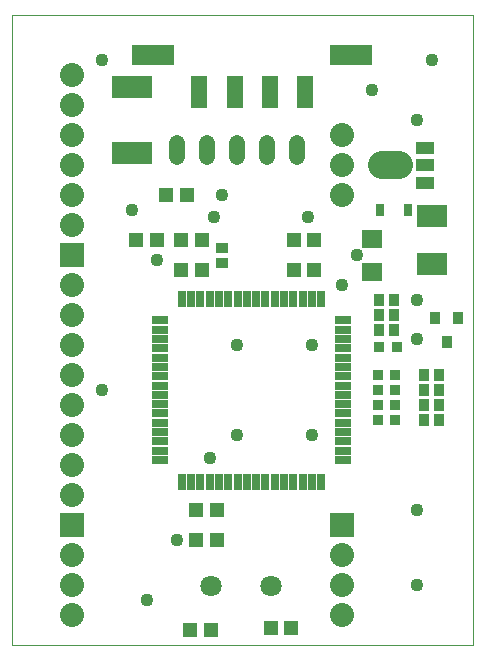
<source format=gts>
G75*
%MOIN*%
%OFA0B0*%
%FSLAX25Y25*%
%IPPOS*%
%LPD*%
%AMOC8*
5,1,8,0,0,1.08239X$1,22.5*
%
%ADD10C,0.00000*%
%ADD11R,0.03356X0.04143*%
%ADD12R,0.06899X0.06112*%
%ADD13R,0.03750X0.03750*%
%ADD14R,0.05300X0.02800*%
%ADD15R,0.02800X0.05300*%
%ADD16R,0.04143X0.03356*%
%ADD17R,0.04931X0.04537*%
%ADD18C,0.07100*%
%ADD19R,0.08000X0.08000*%
%ADD20C,0.08000*%
%ADD21R,0.10049X0.07687*%
%ADD22R,0.03700X0.04100*%
%ADD23R,0.13198X0.07687*%
%ADD24C,0.09261*%
%ADD25R,0.06201X0.04134*%
%ADD26C,0.05400*%
%ADD27R,0.14104X0.07096*%
%ADD28R,0.05600X0.10600*%
%ADD29R,0.03080X0.03868*%
%ADD30C,0.04362*%
D10*
X0003000Y0001800D02*
X0003000Y0211761D01*
X0156701Y0211761D01*
X0156701Y0001800D01*
X0003000Y0001800D01*
D11*
X0125441Y0106800D03*
X0125441Y0111800D03*
X0125441Y0116800D03*
X0130559Y0116800D03*
X0130559Y0111800D03*
X0130559Y0106800D03*
X0140441Y0091800D03*
X0140441Y0086800D03*
X0140441Y0081800D03*
X0140441Y0076800D03*
X0145559Y0076800D03*
X0145559Y0081800D03*
X0145559Y0086800D03*
X0145559Y0091800D03*
D12*
X0123000Y0126288D03*
X0123000Y0137312D03*
D13*
X0125447Y0101200D03*
X0131353Y0101200D03*
X0130953Y0091800D03*
X0130953Y0086800D03*
X0130953Y0081800D03*
X0130953Y0076800D03*
X0125047Y0076800D03*
X0125047Y0081800D03*
X0125047Y0086800D03*
X0125047Y0091800D03*
D14*
X0113550Y0091450D03*
X0113550Y0088350D03*
X0113550Y0085250D03*
X0113550Y0082150D03*
X0113550Y0079050D03*
X0113550Y0075950D03*
X0113550Y0072850D03*
X0113550Y0069750D03*
X0113550Y0066650D03*
X0113550Y0063550D03*
X0113550Y0094550D03*
X0113550Y0097650D03*
X0113550Y0100750D03*
X0113550Y0103850D03*
X0113550Y0106950D03*
X0113550Y0110050D03*
X0052450Y0110050D03*
X0052450Y0106950D03*
X0052450Y0103850D03*
X0052450Y0100750D03*
X0052450Y0097650D03*
X0052450Y0094550D03*
X0052450Y0091450D03*
X0052450Y0088350D03*
X0052450Y0085250D03*
X0052450Y0082150D03*
X0052450Y0079050D03*
X0052450Y0075950D03*
X0052450Y0072850D03*
X0052450Y0069750D03*
X0052450Y0066650D03*
X0052450Y0063550D03*
D15*
X0059750Y0056250D03*
X0062850Y0056250D03*
X0065950Y0056250D03*
X0069050Y0056250D03*
X0072150Y0056250D03*
X0075250Y0056250D03*
X0078350Y0056250D03*
X0081450Y0056250D03*
X0084550Y0056250D03*
X0087650Y0056250D03*
X0090750Y0056250D03*
X0093850Y0056250D03*
X0096950Y0056250D03*
X0100050Y0056250D03*
X0103150Y0056250D03*
X0106250Y0056250D03*
X0106250Y0117350D03*
X0103150Y0117350D03*
X0100050Y0117350D03*
X0096950Y0117350D03*
X0093850Y0117350D03*
X0090750Y0117350D03*
X0087650Y0117350D03*
X0084550Y0117350D03*
X0081450Y0117350D03*
X0078350Y0117350D03*
X0075250Y0117350D03*
X0072150Y0117350D03*
X0069050Y0117350D03*
X0065950Y0117350D03*
X0062850Y0117350D03*
X0059750Y0117350D03*
D16*
X0073000Y0129241D03*
X0073000Y0134359D03*
D17*
X0066346Y0136800D03*
X0059654Y0136800D03*
X0051346Y0136800D03*
X0044654Y0136800D03*
X0054654Y0151800D03*
X0061346Y0151800D03*
X0059654Y0126800D03*
X0066346Y0126800D03*
X0097154Y0126800D03*
X0103846Y0126800D03*
X0103846Y0136800D03*
X0097154Y0136800D03*
X0071346Y0046800D03*
X0064654Y0046800D03*
X0064654Y0036800D03*
X0071346Y0036800D03*
X0069346Y0007000D03*
X0062654Y0007000D03*
X0089554Y0007600D03*
X0096246Y0007600D03*
D18*
X0089500Y0021400D03*
X0069500Y0021400D03*
D19*
X0113000Y0041800D03*
X0023000Y0041800D03*
X0023000Y0131800D03*
D20*
X0023000Y0141800D03*
X0023000Y0151800D03*
X0023000Y0161800D03*
X0023000Y0171800D03*
X0023000Y0181800D03*
X0023000Y0191800D03*
X0023000Y0121800D03*
X0023000Y0111800D03*
X0023000Y0101800D03*
X0023000Y0091800D03*
X0023000Y0081800D03*
X0023000Y0071800D03*
X0023000Y0061800D03*
X0023000Y0051800D03*
X0023000Y0031800D03*
X0023000Y0021800D03*
X0023000Y0011800D03*
X0113000Y0011800D03*
X0113000Y0021800D03*
X0113000Y0031800D03*
X0113000Y0151800D03*
X0113000Y0161800D03*
X0113000Y0171800D03*
D21*
X0143000Y0144772D03*
X0143000Y0128828D03*
D22*
X0144300Y0110800D03*
X0151900Y0110800D03*
X0148100Y0102800D03*
D23*
X0043000Y0165776D03*
X0043000Y0187824D03*
D24*
X0132252Y0161800D02*
X0132252Y0161800D01*
X0126346Y0161800D01*
X0126346Y0161800D01*
X0132252Y0161800D01*
D25*
X0140825Y0161800D03*
X0140825Y0167706D03*
X0140825Y0155894D03*
D26*
X0098000Y0164400D02*
X0098000Y0169200D01*
X0088000Y0169200D02*
X0088000Y0164400D01*
X0078000Y0164400D02*
X0078000Y0169200D01*
X0068000Y0169200D02*
X0068000Y0164400D01*
X0058000Y0164400D02*
X0058000Y0169200D01*
D27*
X0050224Y0198552D03*
X0116248Y0198552D03*
D28*
X0100953Y0186229D03*
X0089142Y0186229D03*
X0077331Y0186229D03*
X0065520Y0186229D03*
D29*
X0125972Y0146900D03*
X0135028Y0146900D03*
D30*
X0118000Y0131800D03*
X0113000Y0121800D03*
X0103000Y0101800D03*
X0103000Y0071800D03*
X0078000Y0071800D03*
X0069000Y0064300D03*
X0058000Y0036800D03*
X0048000Y0016800D03*
X0033000Y0086800D03*
X0051400Y0130200D03*
X0043000Y0146800D03*
X0070600Y0144400D03*
X0073000Y0151800D03*
X0101900Y0144400D03*
X0123000Y0186800D03*
X0138000Y0176800D03*
X0143000Y0196800D03*
X0138000Y0116800D03*
X0138000Y0104000D03*
X0138000Y0046800D03*
X0138000Y0021800D03*
X0078000Y0101800D03*
X0033000Y0196800D03*
M02*

</source>
